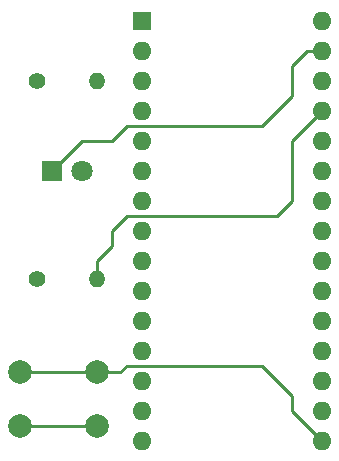
<source format=gbr>
%TF.GenerationSoftware,KiCad,Pcbnew,7.0.6*%
%TF.CreationDate,2023-08-19T21:53:37-07:00*%
%TF.ProjectId,schematic_copy_,73636865-6d61-4746-9963-5f636f70795f,rev?*%
%TF.SameCoordinates,Original*%
%TF.FileFunction,Copper,L2,Bot*%
%TF.FilePolarity,Positive*%
%FSLAX46Y46*%
G04 Gerber Fmt 4.6, Leading zero omitted, Abs format (unit mm)*
G04 Created by KiCad (PCBNEW 7.0.6) date 2023-08-19 21:53:37*
%MOMM*%
%LPD*%
G01*
G04 APERTURE LIST*
%TA.AperFunction,ComponentPad*%
%ADD10C,2.000000*%
%TD*%
%TA.AperFunction,ComponentPad*%
%ADD11R,1.800000X1.800000*%
%TD*%
%TA.AperFunction,ComponentPad*%
%ADD12C,1.800000*%
%TD*%
%TA.AperFunction,ComponentPad*%
%ADD13O,1.600000X1.600000*%
%TD*%
%TA.AperFunction,ComponentPad*%
%ADD14R,1.600000X1.600000*%
%TD*%
%TA.AperFunction,ComponentPad*%
%ADD15C,1.400000*%
%TD*%
%TA.AperFunction,ComponentPad*%
%ADD16O,1.400000X1.400000*%
%TD*%
%TA.AperFunction,Conductor*%
%ADD17C,0.250000*%
%TD*%
G04 APERTURE END LIST*
D10*
%TO.P,SW1,1,1*%
%TO.N,Net-(A1-D13)*%
X137160000Y-105990000D03*
X130660000Y-105990000D03*
%TO.P,SW1,2,2*%
%TO.N,Net-(BLUE_LED1-K)*%
X137160000Y-110490000D03*
X130660000Y-110490000D03*
%TD*%
D11*
%TO.P,BLUE_LED1,1,K*%
%TO.N,Net-(BLUE_LED1-K)*%
X133350000Y-88900000D03*
D12*
%TO.P,BLUE_LED1,2,A*%
%TO.N,Net-(BLUE_LED1-A)*%
X135890000Y-88900000D03*
%TD*%
D13*
%TO.P,A1,30,VIN*%
%TO.N,unconnected-(A1-VIN-Pad30)*%
X156210000Y-76200000D03*
%TO.P,A1,29,GND*%
%TO.N,Net-(BLUE_LED1-K)*%
X156210000Y-78740000D03*
%TO.P,A1,28,~{RESET}*%
%TO.N,unconnected-(A1-~{RESET}-Pad28)*%
X156210000Y-81280000D03*
%TO.P,A1,27,+5V*%
%TO.N,Net-(A1-+5V)*%
X156210000Y-83820000D03*
%TO.P,A1,26,A7*%
%TO.N,unconnected-(A1-A7-Pad26)*%
X156210000Y-86360000D03*
%TO.P,A1,25,A6*%
%TO.N,unconnected-(A1-A6-Pad25)*%
X156210000Y-88900000D03*
%TO.P,A1,24,A5*%
%TO.N,unconnected-(A1-A5-Pad24)*%
X156210000Y-91440000D03*
%TO.P,A1,23,A4*%
%TO.N,unconnected-(A1-A4-Pad23)*%
X156210000Y-93980000D03*
%TO.P,A1,22,A3*%
%TO.N,unconnected-(A1-A3-Pad22)*%
X156210000Y-96520000D03*
%TO.P,A1,21,A2*%
%TO.N,unconnected-(A1-A2-Pad21)*%
X156210000Y-99060000D03*
%TO.P,A1,20,A1*%
%TO.N,unconnected-(A1-A1-Pad20)*%
X156210000Y-101600000D03*
%TO.P,A1,19,A0*%
%TO.N,unconnected-(A1-A0-Pad19)*%
X156210000Y-104140000D03*
%TO.P,A1,18,AREF*%
%TO.N,unconnected-(A1-AREF-Pad18)*%
X156210000Y-106680000D03*
%TO.P,A1,17,3V3*%
%TO.N,unconnected-(A1-3V3-Pad17)*%
X156210000Y-109220000D03*
%TO.P,A1,16,D13*%
%TO.N,Net-(A1-D13)*%
X156210000Y-111760000D03*
%TO.P,A1,15,D12*%
%TO.N,unconnected-(A1-D12-Pad15)*%
X140970000Y-111760000D03*
%TO.P,A1,14,D11*%
%TO.N,unconnected-(A1-D11-Pad14)*%
X140970000Y-109220000D03*
%TO.P,A1,13,D10*%
%TO.N,unconnected-(A1-D10-Pad13)*%
X140970000Y-106680000D03*
%TO.P,A1,12,D9*%
%TO.N,Net-(A1-D9)*%
X140970000Y-104140000D03*
%TO.P,A1,11,D8*%
%TO.N,unconnected-(A1-D8-Pad11)*%
X140970000Y-101600000D03*
%TO.P,A1,10,D7*%
%TO.N,unconnected-(A1-D7-Pad10)*%
X140970000Y-99060000D03*
%TO.P,A1,9,D6*%
%TO.N,unconnected-(A1-D6-Pad9)*%
X140970000Y-96520000D03*
%TO.P,A1,8,D5*%
%TO.N,unconnected-(A1-D5-Pad8)*%
X140970000Y-93980000D03*
%TO.P,A1,7,D4*%
%TO.N,unconnected-(A1-D4-Pad7)*%
X140970000Y-91440000D03*
%TO.P,A1,6,D3*%
%TO.N,unconnected-(A1-D3-Pad6)*%
X140970000Y-88900000D03*
%TO.P,A1,5,D2*%
%TO.N,unconnected-(A1-D2-Pad5)*%
X140970000Y-86360000D03*
%TO.P,A1,4,GND*%
%TO.N,unconnected-(A1-GND-Pad4)*%
X140970000Y-83820000D03*
%TO.P,A1,3,~{RESET}*%
%TO.N,unconnected-(A1-~{RESET}-Pad3)*%
X140970000Y-81280000D03*
%TO.P,A1,2,D0/RX*%
%TO.N,unconnected-(A1-D0{slash}RX-Pad2)*%
X140970000Y-78740000D03*
D14*
%TO.P,A1,1,D1/TX*%
%TO.N,unconnected-(A1-D1{slash}TX-Pad1)*%
X140970000Y-76200000D03*
%TD*%
D15*
%TO.P,220R1,1*%
%TO.N,Net-(BLUE_LED1-A)*%
X132080000Y-81280000D03*
D16*
%TO.P,220R1,2*%
%TO.N,Net-(A1-D9)*%
X137160000Y-81280000D03*
%TD*%
D15*
%TO.P,10KR2,1*%
%TO.N,Net-(A1-D13)*%
X132080000Y-98080000D03*
D16*
%TO.P,10KR2,2*%
%TO.N,Net-(A1-+5V)*%
X137160000Y-98080000D03*
%TD*%
D17*
%TO.N,Net-(BLUE_LED1-K)*%
X153670000Y-82550000D02*
X153670000Y-80010000D01*
X139700000Y-85090000D02*
X151130000Y-85090000D01*
X153670000Y-80010000D02*
X154940000Y-78740000D01*
X138430000Y-86360000D02*
X139700000Y-85090000D01*
X135890000Y-86360000D02*
X138430000Y-86360000D01*
X151130000Y-85090000D02*
X153670000Y-82550000D01*
X154940000Y-78740000D02*
X156210000Y-78740000D01*
X133350000Y-88900000D02*
X135890000Y-86360000D01*
%TO.N,Net-(A1-+5V)*%
X153670000Y-86360000D02*
X156210000Y-83820000D01*
X139700000Y-92710000D02*
X152400000Y-92710000D01*
X138430000Y-95250000D02*
X138430000Y-93980000D01*
X138430000Y-93980000D02*
X139700000Y-92710000D01*
X137160000Y-96520000D02*
X138430000Y-95250000D01*
X152400000Y-92710000D02*
X153670000Y-91440000D01*
X153670000Y-91440000D02*
X153670000Y-86360000D01*
X137160000Y-98080000D02*
X137160000Y-96520000D01*
%TO.N,Net-(A1-D13)*%
X130660000Y-105990000D02*
X137160000Y-105990000D01*
%TO.N,Net-(BLUE_LED1-K)*%
X137160000Y-110490000D02*
X130660000Y-110490000D01*
%TO.N,Net-(A1-D13)*%
X153670000Y-109220000D02*
X156210000Y-111760000D01*
X153670000Y-107950000D02*
X153670000Y-109220000D01*
X151130000Y-105410000D02*
X153670000Y-107950000D01*
X139700000Y-105410000D02*
X151130000Y-105410000D01*
X137160000Y-105990000D02*
X139120000Y-105990000D01*
X139120000Y-105990000D02*
X139700000Y-105410000D01*
%TD*%
M02*

</source>
